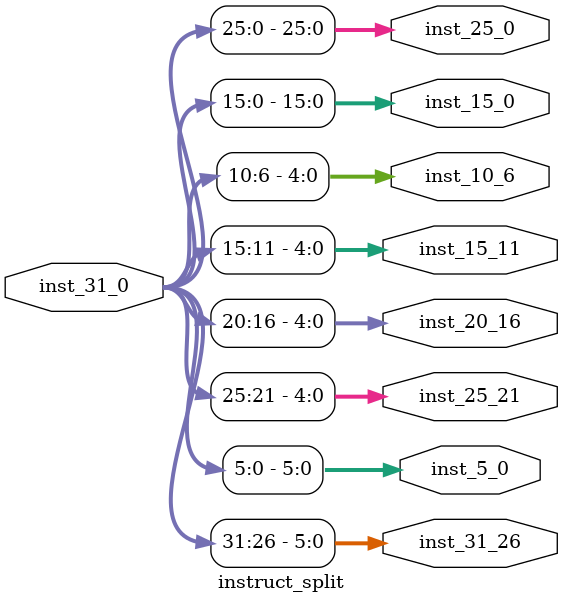
<source format=v>
`timescale 1ns / 1ps
/*
 *=============================================================================
 *    Filename:instruct_split.v
 *
 *     Version: 1.0
 *  Created on: July 10, 2016
 *    
 *      Author: corvo
 *=============================================================================
 */
 
// 将指令分解 
module instruct_split(inst_31_26, inst_25_0, inst_25_21,
    inst_20_16, inst_15_11, inst_10_6, inst_5_0, inst_15_0, inst_31_0);
    input[31:0] inst_31_0;
    output[5:0] inst_31_26, inst_5_0;
    output[4:0] inst_25_21, inst_20_16, inst_15_11, inst_10_6;
    output[15:0] inst_15_0;
    output[25:0] inst_25_0;

    reg[5:0] inst_31_26, inst_5_0;
    reg[4:0] inst_25_21, inst_20_16, inst_15_11, inst_10_6;
    reg[15:0] inst_15_0;
    reg[25:0] inst_25_0;

    always @* begin
        inst_5_0 = inst_31_0[5:0];
        inst_10_6 = inst_31_0[10:6];
        inst_15_0 = inst_31_0[15:0];
        inst_25_0 = inst_31_0[25:0];
        inst_15_11 = inst_31_0[15:11];
        inst_20_16 = inst_31_0[20:16];
        inst_25_21 = inst_31_0[25:21];
        inst_31_26 = inst_31_0[31:26];
    end

endmodule

</source>
